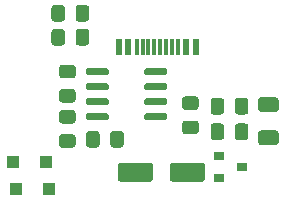
<source format=gbr>
G04 #@! TF.GenerationSoftware,KiCad,Pcbnew,5.1.7-a382d34a8~87~ubuntu20.04.1*
G04 #@! TF.CreationDate,2020-11-17T21:36:07+01:00*
G04 #@! TF.ProjectId,Microscope_LED,4d696372-6f73-4636-9f70-655f4c45442e,rev?*
G04 #@! TF.SameCoordinates,Original*
G04 #@! TF.FileFunction,Paste,Top*
G04 #@! TF.FilePolarity,Positive*
%FSLAX46Y46*%
G04 Gerber Fmt 4.6, Leading zero omitted, Abs format (unit mm)*
G04 Created by KiCad (PCBNEW 5.1.7-a382d34a8~87~ubuntu20.04.1) date 2020-11-17 21:36:07*
%MOMM*%
%LPD*%
G01*
G04 APERTURE LIST*
%ADD10R,0.600000X1.450000*%
%ADD11R,0.300000X1.450000*%
%ADD12R,1.100000X1.100000*%
%ADD13R,0.900000X0.800000*%
G04 APERTURE END LIST*
G36*
G01*
X28624000Y-24822999D02*
X28624000Y-25723001D01*
G75*
G02*
X28374001Y-25973000I-249999J0D01*
G01*
X27723999Y-25973000D01*
G75*
G02*
X27474000Y-25723001I0J249999D01*
G01*
X27474000Y-24822999D01*
G75*
G02*
X27723999Y-24573000I249999J0D01*
G01*
X28374001Y-24573000D01*
G75*
G02*
X28624000Y-24822999I0J-249999D01*
G01*
G37*
G36*
G01*
X30674000Y-24822999D02*
X30674000Y-25723001D01*
G75*
G02*
X30424001Y-25973000I-249999J0D01*
G01*
X29773999Y-25973000D01*
G75*
G02*
X29524000Y-25723001I0J249999D01*
G01*
X29524000Y-24822999D01*
G75*
G02*
X29773999Y-24573000I249999J0D01*
G01*
X30424001Y-24573000D01*
G75*
G02*
X30674000Y-24822999I0J-249999D01*
G01*
G37*
G36*
G01*
X28633000Y-26854999D02*
X28633000Y-27755001D01*
G75*
G02*
X28383001Y-28005000I-249999J0D01*
G01*
X27732999Y-28005000D01*
G75*
G02*
X27483000Y-27755001I0J249999D01*
G01*
X27483000Y-26854999D01*
G75*
G02*
X27732999Y-26605000I249999J0D01*
G01*
X28383001Y-26605000D01*
G75*
G02*
X28633000Y-26854999I0J-249999D01*
G01*
G37*
G36*
G01*
X30683000Y-26854999D02*
X30683000Y-27755001D01*
G75*
G02*
X30433001Y-28005000I-249999J0D01*
G01*
X29782999Y-28005000D01*
G75*
G02*
X29533000Y-27755001I0J249999D01*
G01*
X29533000Y-26854999D01*
G75*
G02*
X29782999Y-26605000I249999J0D01*
G01*
X30433001Y-26605000D01*
G75*
G02*
X30683000Y-26854999I0J-249999D01*
G01*
G37*
D10*
X33197000Y-28093000D03*
X33997000Y-28093000D03*
X38897000Y-28093000D03*
X39697000Y-28093000D03*
X39697000Y-28093000D03*
X38897000Y-28093000D03*
X33997000Y-28093000D03*
X33197000Y-28093000D03*
D11*
X38197000Y-28093000D03*
X37697000Y-28093000D03*
X37197000Y-28093000D03*
X36197000Y-28093000D03*
X35697000Y-28093000D03*
X35197000Y-28093000D03*
X34697000Y-28093000D03*
X36697000Y-28093000D03*
G36*
G01*
X45222000Y-35189000D02*
X46472000Y-35189000D01*
G75*
G02*
X46722000Y-35439000I0J-250000D01*
G01*
X46722000Y-36189000D01*
G75*
G02*
X46472000Y-36439000I-250000J0D01*
G01*
X45222000Y-36439000D01*
G75*
G02*
X44972000Y-36189000I0J250000D01*
G01*
X44972000Y-35439000D01*
G75*
G02*
X45222000Y-35189000I250000J0D01*
G01*
G37*
G36*
G01*
X45222000Y-32389000D02*
X46472000Y-32389000D01*
G75*
G02*
X46722000Y-32639000I0J-250000D01*
G01*
X46722000Y-33389000D01*
G75*
G02*
X46472000Y-33639000I-250000J0D01*
G01*
X45222000Y-33639000D01*
G75*
G02*
X44972000Y-33389000I0J250000D01*
G01*
X44972000Y-32639000D01*
G75*
G02*
X45222000Y-32389000I250000J0D01*
G01*
G37*
D12*
X24257000Y-37846000D03*
X27057000Y-37846000D03*
X24511000Y-40132000D03*
X27311000Y-40132000D03*
G36*
G01*
X32347000Y-33886000D02*
X32347000Y-34186000D01*
G75*
G02*
X32197000Y-34336000I-150000J0D01*
G01*
X30547000Y-34336000D01*
G75*
G02*
X30397000Y-34186000I0J150000D01*
G01*
X30397000Y-33886000D01*
G75*
G02*
X30547000Y-33736000I150000J0D01*
G01*
X32197000Y-33736000D01*
G75*
G02*
X32347000Y-33886000I0J-150000D01*
G01*
G37*
G36*
G01*
X32347000Y-32616000D02*
X32347000Y-32916000D01*
G75*
G02*
X32197000Y-33066000I-150000J0D01*
G01*
X30547000Y-33066000D01*
G75*
G02*
X30397000Y-32916000I0J150000D01*
G01*
X30397000Y-32616000D01*
G75*
G02*
X30547000Y-32466000I150000J0D01*
G01*
X32197000Y-32466000D01*
G75*
G02*
X32347000Y-32616000I0J-150000D01*
G01*
G37*
G36*
G01*
X32347000Y-31346000D02*
X32347000Y-31646000D01*
G75*
G02*
X32197000Y-31796000I-150000J0D01*
G01*
X30547000Y-31796000D01*
G75*
G02*
X30397000Y-31646000I0J150000D01*
G01*
X30397000Y-31346000D01*
G75*
G02*
X30547000Y-31196000I150000J0D01*
G01*
X32197000Y-31196000D01*
G75*
G02*
X32347000Y-31346000I0J-150000D01*
G01*
G37*
G36*
G01*
X32347000Y-30076000D02*
X32347000Y-30376000D01*
G75*
G02*
X32197000Y-30526000I-150000J0D01*
G01*
X30547000Y-30526000D01*
G75*
G02*
X30397000Y-30376000I0J150000D01*
G01*
X30397000Y-30076000D01*
G75*
G02*
X30547000Y-29926000I150000J0D01*
G01*
X32197000Y-29926000D01*
G75*
G02*
X32347000Y-30076000I0J-150000D01*
G01*
G37*
G36*
G01*
X37297000Y-30076000D02*
X37297000Y-30376000D01*
G75*
G02*
X37147000Y-30526000I-150000J0D01*
G01*
X35497000Y-30526000D01*
G75*
G02*
X35347000Y-30376000I0J150000D01*
G01*
X35347000Y-30076000D01*
G75*
G02*
X35497000Y-29926000I150000J0D01*
G01*
X37147000Y-29926000D01*
G75*
G02*
X37297000Y-30076000I0J-150000D01*
G01*
G37*
G36*
G01*
X37297000Y-31346000D02*
X37297000Y-31646000D01*
G75*
G02*
X37147000Y-31796000I-150000J0D01*
G01*
X35497000Y-31796000D01*
G75*
G02*
X35347000Y-31646000I0J150000D01*
G01*
X35347000Y-31346000D01*
G75*
G02*
X35497000Y-31196000I150000J0D01*
G01*
X37147000Y-31196000D01*
G75*
G02*
X37297000Y-31346000I0J-150000D01*
G01*
G37*
G36*
G01*
X37297000Y-32616000D02*
X37297000Y-32916000D01*
G75*
G02*
X37147000Y-33066000I-150000J0D01*
G01*
X35497000Y-33066000D01*
G75*
G02*
X35347000Y-32916000I0J150000D01*
G01*
X35347000Y-32616000D01*
G75*
G02*
X35497000Y-32466000I150000J0D01*
G01*
X37147000Y-32466000D01*
G75*
G02*
X37297000Y-32616000I0J-150000D01*
G01*
G37*
G36*
G01*
X37297000Y-33886000D02*
X37297000Y-34186000D01*
G75*
G02*
X37147000Y-34336000I-150000J0D01*
G01*
X35497000Y-34336000D01*
G75*
G02*
X35347000Y-34186000I0J150000D01*
G01*
X35347000Y-33886000D01*
G75*
G02*
X35497000Y-33736000I150000J0D01*
G01*
X37147000Y-33736000D01*
G75*
G02*
X37297000Y-33886000I0J-150000D01*
G01*
G37*
G36*
G01*
X28378999Y-35511000D02*
X29279001Y-35511000D01*
G75*
G02*
X29529000Y-35760999I0J-249999D01*
G01*
X29529000Y-36411001D01*
G75*
G02*
X29279001Y-36661000I-249999J0D01*
G01*
X28378999Y-36661000D01*
G75*
G02*
X28129000Y-36411001I0J249999D01*
G01*
X28129000Y-35760999D01*
G75*
G02*
X28378999Y-35511000I249999J0D01*
G01*
G37*
G36*
G01*
X28378999Y-33461000D02*
X29279001Y-33461000D01*
G75*
G02*
X29529000Y-33710999I0J-249999D01*
G01*
X29529000Y-34361001D01*
G75*
G02*
X29279001Y-34611000I-249999J0D01*
G01*
X28378999Y-34611000D01*
G75*
G02*
X28129000Y-34361001I0J249999D01*
G01*
X28129000Y-33710999D01*
G75*
G02*
X28378999Y-33461000I249999J0D01*
G01*
G37*
G36*
G01*
X42104000Y-32696999D02*
X42104000Y-33597001D01*
G75*
G02*
X41854001Y-33847000I-249999J0D01*
G01*
X41203999Y-33847000D01*
G75*
G02*
X40954000Y-33597001I0J249999D01*
G01*
X40954000Y-32696999D01*
G75*
G02*
X41203999Y-32447000I249999J0D01*
G01*
X41854001Y-32447000D01*
G75*
G02*
X42104000Y-32696999I0J-249999D01*
G01*
G37*
G36*
G01*
X44154000Y-32696999D02*
X44154000Y-33597001D01*
G75*
G02*
X43904001Y-33847000I-249999J0D01*
G01*
X43253999Y-33847000D01*
G75*
G02*
X43004000Y-33597001I0J249999D01*
G01*
X43004000Y-32696999D01*
G75*
G02*
X43253999Y-32447000I249999J0D01*
G01*
X43904001Y-32447000D01*
G75*
G02*
X44154000Y-32696999I0J-249999D01*
G01*
G37*
G36*
G01*
X43004000Y-35756001D02*
X43004000Y-34855999D01*
G75*
G02*
X43253999Y-34606000I249999J0D01*
G01*
X43904001Y-34606000D01*
G75*
G02*
X44154000Y-34855999I0J-249999D01*
G01*
X44154000Y-35756001D01*
G75*
G02*
X43904001Y-36006000I-249999J0D01*
G01*
X43253999Y-36006000D01*
G75*
G02*
X43004000Y-35756001I0J249999D01*
G01*
G37*
G36*
G01*
X40954000Y-35756001D02*
X40954000Y-34855999D01*
G75*
G02*
X41203999Y-34606000I249999J0D01*
G01*
X41854001Y-34606000D01*
G75*
G02*
X42104000Y-34855999I0J-249999D01*
G01*
X42104000Y-35756001D01*
G75*
G02*
X41854001Y-36006000I-249999J0D01*
G01*
X41203999Y-36006000D01*
G75*
G02*
X40954000Y-35756001I0J249999D01*
G01*
G37*
D13*
X43656000Y-38288000D03*
X41656000Y-39238000D03*
X41656000Y-37338000D03*
G36*
G01*
X28378999Y-31683000D02*
X29279001Y-31683000D01*
G75*
G02*
X29529000Y-31932999I0J-249999D01*
G01*
X29529000Y-32583001D01*
G75*
G02*
X29279001Y-32833000I-249999J0D01*
G01*
X28378999Y-32833000D01*
G75*
G02*
X28129000Y-32583001I0J249999D01*
G01*
X28129000Y-31932999D01*
G75*
G02*
X28378999Y-31683000I249999J0D01*
G01*
G37*
G36*
G01*
X28378999Y-29633000D02*
X29279001Y-29633000D01*
G75*
G02*
X29529000Y-29882999I0J-249999D01*
G01*
X29529000Y-30533001D01*
G75*
G02*
X29279001Y-30783000I-249999J0D01*
G01*
X28378999Y-30783000D01*
G75*
G02*
X28129000Y-30533001I0J249999D01*
G01*
X28129000Y-29882999D01*
G75*
G02*
X28378999Y-29633000I249999J0D01*
G01*
G37*
G36*
G01*
X37489000Y-39285000D02*
X37489000Y-38185000D01*
G75*
G02*
X37739000Y-37935000I250000J0D01*
G01*
X40239000Y-37935000D01*
G75*
G02*
X40489000Y-38185000I0J-250000D01*
G01*
X40489000Y-39285000D01*
G75*
G02*
X40239000Y-39535000I-250000J0D01*
G01*
X37739000Y-39535000D01*
G75*
G02*
X37489000Y-39285000I0J250000D01*
G01*
G37*
G36*
G01*
X33089000Y-39285000D02*
X33089000Y-38185000D01*
G75*
G02*
X33339000Y-37935000I250000J0D01*
G01*
X35839000Y-37935000D01*
G75*
G02*
X36089000Y-38185000I0J-250000D01*
G01*
X36089000Y-39285000D01*
G75*
G02*
X35839000Y-39535000I-250000J0D01*
G01*
X33339000Y-39535000D01*
G75*
G02*
X33089000Y-39285000I0J250000D01*
G01*
G37*
G36*
G01*
X32454000Y-36391001D02*
X32454000Y-35490999D01*
G75*
G02*
X32703999Y-35241000I249999J0D01*
G01*
X33354001Y-35241000D01*
G75*
G02*
X33604000Y-35490999I0J-249999D01*
G01*
X33604000Y-36391001D01*
G75*
G02*
X33354001Y-36641000I-249999J0D01*
G01*
X32703999Y-36641000D01*
G75*
G02*
X32454000Y-36391001I0J249999D01*
G01*
G37*
G36*
G01*
X30404000Y-36391001D02*
X30404000Y-35490999D01*
G75*
G02*
X30653999Y-35241000I249999J0D01*
G01*
X31304001Y-35241000D01*
G75*
G02*
X31554000Y-35490999I0J-249999D01*
G01*
X31554000Y-36391001D01*
G75*
G02*
X31304001Y-36641000I-249999J0D01*
G01*
X30653999Y-36641000D01*
G75*
G02*
X30404000Y-36391001I0J249999D01*
G01*
G37*
G36*
G01*
X38792999Y-34368000D02*
X39693001Y-34368000D01*
G75*
G02*
X39943000Y-34617999I0J-249999D01*
G01*
X39943000Y-35268001D01*
G75*
G02*
X39693001Y-35518000I-249999J0D01*
G01*
X38792999Y-35518000D01*
G75*
G02*
X38543000Y-35268001I0J249999D01*
G01*
X38543000Y-34617999D01*
G75*
G02*
X38792999Y-34368000I249999J0D01*
G01*
G37*
G36*
G01*
X38792999Y-32318000D02*
X39693001Y-32318000D01*
G75*
G02*
X39943000Y-32567999I0J-249999D01*
G01*
X39943000Y-33218001D01*
G75*
G02*
X39693001Y-33468000I-249999J0D01*
G01*
X38792999Y-33468000D01*
G75*
G02*
X38543000Y-33218001I0J249999D01*
G01*
X38543000Y-32567999D01*
G75*
G02*
X38792999Y-32318000I249999J0D01*
G01*
G37*
M02*

</source>
